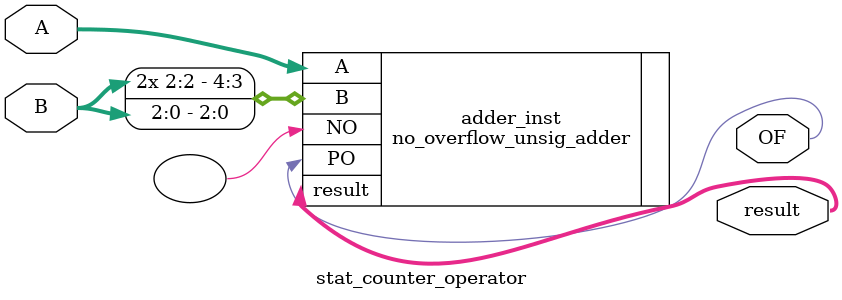
<source format=v>
`include "define.v"

`define high_confidence (count == 3'b011)
`define upward_trend    (count == 3'b000) || (count == 3'b010)
`define downward_trend  (count == 3'b001) || (count == 3'b111) || (count == 3'b101)
`define no_confidence   (count == 3'b100)

module trend_counter_decoder(
  input  [2:0]count,   
  output [3:0]count_decode
);

  assign count_decode[3] = `high_confidence;
  assign count_decode[2] = `upward_trend;
  assign count_decode[1] = `downward_trend;
  assign count_decode[0] = `no_confidence;
endmodule 


module trend_counter_operator(
  input  [2:0]count,
  input  true_down_false_up, 
  output [2:0]new_count
);

  localparam [2:0]P_TWO   = 3'b010;
  localparam [2:0]P_ONE   = 3'b001;
  localparam [2:0]N_TWO   = 3'b110;
  localparam [2:0]N_THREE = 3'b101;

  wire upward_trend_signal, downward_trend_signal;
  assign upward_trend_signal   = `upward_trend;
  assign downward_trend_signal = `downward_trend;
  
  wire [2:0]B;
  mux3 #(
    .WIDTH(3)
  ) B_mux3_inst(
    .din1(true_down_false_up ? N_THREE : P_TWO),
    .din2(true_down_false_up ? N_TWO   : P_ONE),
    .din3(true_down_false_up ? N_TWO   : P_TWO),
    .signal({upward_trend_signal, downward_trend_signal}),
    .dout(B)
  );
  no_overflow_adder #(
    .WIDTH(3)
  ) adder_inst(
    .A(count),
    .B(B),
    .PO(),
    .NO(),
    .result(new_count)
  );
endmodule 


module stat_counter_operator #(
  parameter STAT_COUNTER_WIDTH = 5
)(
  input  [STAT_COUNTER_WIDTH - 1:0]A, 
  input  [2:0]B,
  output OF,
  output [STAT_COUNTER_WIDTH - 1:0]result
);
  localparam SUB = STAT_COUNTER_WIDTH - 3;

  no_overflow_unsig_adder #(
    .WIDTH(STAT_COUNTER_WIDTH),
    .ALLOW_PO(1),
    .ALLOW_NO(0)
  ) adder_inst(
    .A(A),
    .B({{SUB{B[2]}}, B}),
    .PO(OF),
    .NO(),
    .result(result)
  );
endmodule 
</source>
